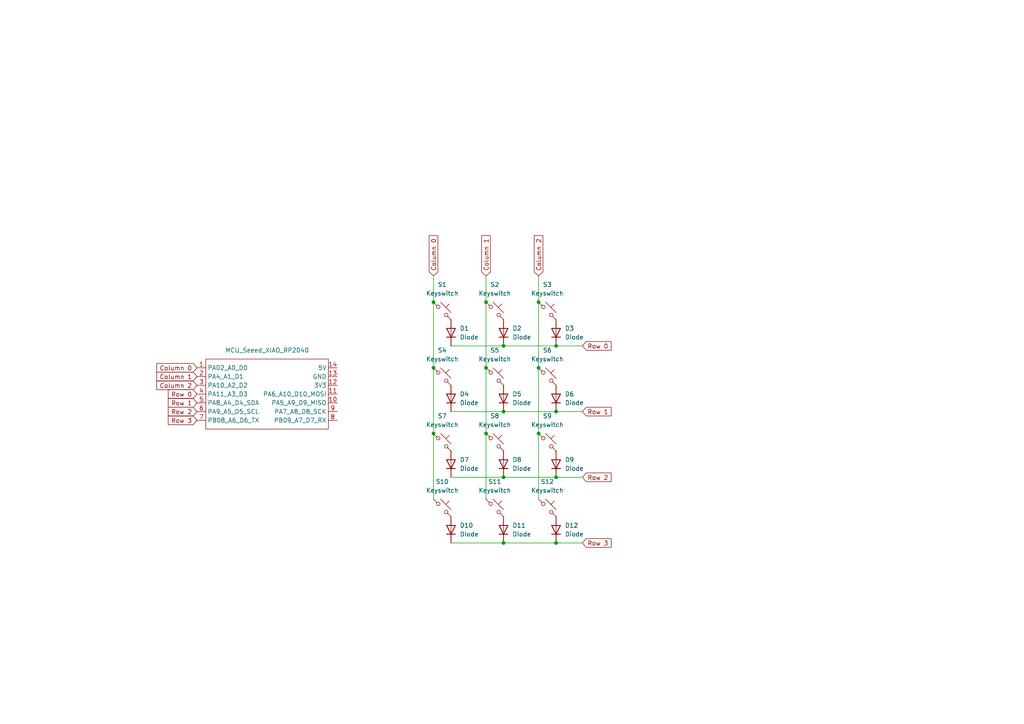
<source format=kicad_sch>
(kicad_sch (version 20231120) (generator "eeschema") (generator_version "8.0")
  (paper "A4")
  (lib_symbols
    (symbol "ScottoKeebs:MCU_Seeed_XIAO_RP2040"
      (property "Reference" "U" (at -16.51 11.43 0))
      (property "Value" "MCU_Seeed_XIAO_RP2040" (at -3.81 -11.43 0))
      (symbol "MCU_Seeed_XIAO_RP2040_0_1"
        (rectangle (start -16.51 10.16) (end 19.05 -10.16))
      )
      (symbol "MCU_Seeed_XIAO_RP2040_1_1"
        (pin passive line (at -19.05 7.62 0) (length 2.54) (name "PA02_A0_D0") (number "1"))
        (pin passive line (at 21.59 -2.54 180) (length 2.54) (name "PA5_A9_D9_MISO") (number "10"))
        (pin passive line (at 21.59 0 180) (length 2.54) (name "PA6_A10_D10_MOSI") (number "11"))
        (pin passive line (at 21.59 2.54 180) (length 2.54) (name "3V3") (number "12"))
        (pin passive line (at 21.59 5.08 180) (length 2.54) (name "GND") (number "13"))
        (pin passive line (at 21.59 7.62 180) (length 2.54) (name "5V") (number "14"))
        (pin passive line (at -19.05 5.08 0) (length 2.54) (name "PA4_A1_D1") (number "2"))
        (pin passive line (at -19.05 2.54 0) (length 2.54) (name "PA10_A2_D2") (number "3"))
        (pin passive line (at -19.05 0 0) (length 2.54) (name "PA11_A3_D3") (number "4"))
        (pin passive line (at -19.05 -2.54 0) (length 2.54) (name "PA8_A4_D4_SDA") (number "5"))
        (pin passive line (at -19.05 -5.08 0) (length 2.54) (name "PA9_A5_D5_SCL") (number "6"))
        (pin passive line (at -19.05 -7.62 0) (length 2.54) (name "PB08_A6_D6_TX") (number "7"))
        (pin passive line (at 21.59 -7.62 180) (length 2.54) (name "PB09_A7_D7_RX") (number "8"))
        (pin passive line (at 21.59 -5.08 180) (length 2.54) (name "PA7_A8_D8_SCK") (number "9"))
      )
    )
    (symbol "ScottoKeebs:Placeholder_Diode" (pin_numbers hide) (pin_names hide)
      (property "Reference" "D" (at 0 2.54 0))
      (property "Value" "Diode" (at 0 -2.54 0))
      (symbol "Placeholder_Diode_0_1"
        (polyline (pts (xy -1.27 1.27) (xy -1.27 -1.27)) (stroke (width 0.254)))
        (polyline (pts (xy 1.27 0) (xy -1.27 0)))
        (polyline (pts (xy 1.27 1.27) (xy 1.27 -1.27) (xy -1.27 0) (xy 1.27 1.27)) (stroke (width 0.254)))
      )
      (symbol "Placeholder_Diode_1_1"
        (pin passive line (at -3.81 0 0) (length 2.54) (name "K") (number "1"))
        (pin passive line (at 3.81 0 180) (length 2.54) (name "A") (number "2"))
      )
    )
    (symbol "ScottoKeebs:Placeholder_Keyswitch" (pin_numbers hide) (pin_names (offset 1.016) hide)
      (property "Reference" "S" (at 3.048 1.016 0))
      (property "Value" "Keyswitch" (at 0 -3.81 0))
      (symbol "Placeholder_Keyswitch_0_1"
        (circle (center -1.1684 1.1684) (radius 0.508))
        (polyline (pts (xy -0.508 2.54) (xy 2.54 -0.508)))
        (polyline (pts (xy 1.016 1.016) (xy 2.032 2.032)))
        (polyline (pts (xy -2.54 2.54) (xy -1.524 1.524) (xy -1.524 1.524)))
        (polyline (pts (xy 1.524 -1.524) (xy 2.54 -2.54) (xy 2.54 -2.54) (xy 2.54 -2.54)))
        (circle (center 1.143 -1.1938) (radius 0.508))
        (pin passive line (at -2.54 2.54 0) (length 0) (name "1") (number "1"))
        (pin passive line (at 2.54 -2.54 180) (length 0) (name "2") (number "2"))
      )
    )
  )
  (junction (at 125.73 125.73))
  (junction (at 140.97 106.68))
  (junction (at 161.29 157.48))
  (junction (at 156.21 87.63))
  (junction (at 125.73 87.63))
  (junction (at 161.29 100.33))
  (junction (at 146.05 100.33))
  (junction (at 125.73 106.68))
  (junction (at 156.21 125.73))
  (junction (at 140.97 125.73))
  (junction (at 140.97 87.63))
  (junction (at 146.05 119.38))
  (junction (at 146.05 138.43))
  (junction (at 161.29 119.38))
  (junction (at 161.29 138.43))
  (junction (at 146.05 157.48))
  (junction (at 156.21 106.68))
  (wire (pts (xy 130.81 157.48) (xy 146.05 157.48)))
  (wire (pts (xy 168.91 100.33) (xy 161.29 100.33)))
  (wire (pts (xy 125.73 87.63) (xy 125.73 106.68)))
  (wire (pts (xy 161.29 138.43) (xy 168.91 138.43)))
  (wire (pts (xy 140.97 80.01) (xy 140.97 87.63)))
  (wire (pts (xy 130.81 119.38) (xy 146.05 119.38)))
  (wire (pts (xy 146.05 138.43) (xy 161.29 138.43)))
  (wire (pts (xy 146.05 157.48) (xy 161.29 157.48)))
  (wire (pts (xy 140.97 106.68) (xy 140.97 125.73)))
  (wire (pts (xy 146.05 119.38) (xy 161.29 119.38)))
  (wire (pts (xy 161.29 119.38) (xy 168.91 119.38)))
  (wire (pts (xy 140.97 87.63) (xy 140.97 106.68)))
  (wire (pts (xy 125.73 125.73) (xy 125.73 144.78)))
  (wire (pts (xy 146.05 100.33) (xy 161.29 100.33)))
  (wire (pts (xy 156.21 106.68) (xy 156.21 125.73)))
  (wire (pts (xy 161.29 157.48) (xy 168.91 157.48)))
  (wire (pts (xy 156.21 125.73) (xy 156.21 144.78)))
  (wire (pts (xy 125.73 80.01) (xy 125.73 87.63)))
  (wire (pts (xy 130.81 138.43) (xy 146.05 138.43)))
  (wire (pts (xy 140.97 125.73) (xy 140.97 144.78)))
  (wire (pts (xy 156.21 80.01) (xy 156.21 87.63)))
  (wire (pts (xy 125.73 106.68) (xy 125.73 125.73)))
  (wire (pts (xy 156.21 87.63) (xy 156.21 106.68)))
  (wire (pts (xy 130.81 100.33) (xy 146.05 100.33)))
  (global_label "Row 1" (shape input) (at 57.15 116.84 180) (property "Intersheetrefs" "${INTERSHEET_REFS}" (effects (hide yes))))
  (global_label "Row 2" (shape input) (at 57.15 119.38 180) (property "Intersheetrefs" "${INTERSHEET_REFS}" (effects (hide yes))))
  (global_label "Row 3" (shape input) (at 168.91 157.48 0) (property "Intersheetrefs" "${INTERSHEET_REFS}" (effects (hide yes))))
  (global_label "Row 1" (shape input) (at 168.91 119.38 0) (property "Intersheetrefs" "${INTERSHEET_REFS}" (effects (hide yes))))
  (global_label "Row 3" (shape input) (at 57.15 121.92 180) (property "Intersheetrefs" "${INTERSHEET_REFS}" (effects (hide yes))))
  (global_label "Column 1" (shape input) (at 140.97 80.01 90) (property "Intersheetrefs" "${INTERSHEET_REFS}" (effects (hide yes))))
  (global_label "Column 2" (shape input) (at 156.21 80.01 90) (property "Intersheetrefs" "${INTERSHEET_REFS}" (effects (hide yes))))
  (global_label "Row 2" (shape input) (at 168.91 138.43 0) (property "Intersheetrefs" "${INTERSHEET_REFS}" (effects (hide yes))))
  (global_label "Column 0" (shape input) (at 125.73 80.01 90) (property "Intersheetrefs" "${INTERSHEET_REFS}" (effects (hide yes))))
  (global_label "Column 0" (shape input) (at 57.15 106.68 180) (property "Intersheetrefs" "${INTERSHEET_REFS}" (effects (hide yes))))
  (global_label "Row 0" (shape input) (at 168.91 100.33 0) (property "Intersheetrefs" "${INTERSHEET_REFS}" (effects (hide yes))))
  (global_label "Row 0" (shape input) (at 57.15 114.3 180) (property "Intersheetrefs" "${INTERSHEET_REFS}" (effects (hide yes))))
  (global_label "Column 1" (shape input) (at 57.15 109.22 180) (property "Intersheetrefs" "${INTERSHEET_REFS}" (effects (hide yes))))
  (global_label "Column 2" (shape input) (at 57.15 111.76 180) (property "Intersheetrefs" "${INTERSHEET_REFS}" (effects (hide yes))))
  (symbol (lib_id "ScottoKeebs:Placeholder_Keyswitch") (at 128.27 128.27 0) (unit 1)
    (property "Reference" "S7" (at 128.27 120.65 0))
    (property "Value" "Keyswitch" (at 128.27 123.19 0))
    (property "Footprint" "ScottoKeebs_MX:MX_PCB_1.00u" (effects (hide yes)))
    (property "Description" "Push button switch, normally open, two pins, 45° tilted" (effects (hide yes)))
  )
  (symbol (lib_id "ScottoKeebs:Placeholder_Keyswitch") (at 143.51 90.17 0) (unit 1)
    (property "Reference" "S2" (at 143.51 82.55 0))
    (property "Value" "Keyswitch" (at 143.51 85.09 0))
    (property "Footprint" "ScottoKeebs_MX:MX_PCB_1.00u" (effects (hide yes)))
    (property "Description" "Push button switch, normally open, two pins, 45° tilted" (effects (hide yes)))
  )
  (symbol (lib_id "ScottoKeebs:Placeholder_Keyswitch") (at 158.75 109.22 0) (unit 1)
    (property "Reference" "S6" (at 158.75 101.6 0))
    (property "Value" "Keyswitch" (at 158.75 104.14 0))
    (property "Footprint" "ScottoKeebs_MX:MX_PCB_1.00u" (effects (hide yes)))
    (property "Description" "Push button switch, normally open, two pins, 45° tilted" (effects (hide yes)))
  )
  (symbol (lib_id "ScottoKeebs:Placeholder_Diode") (at 161.29 134.62 90) (unit 1)
    (property "Reference" "D9" (at 163.83 133.3499 90) (effects (justify right)))
    (property "Value" "Diode" (at 163.83 135.8899 90) (effects (justify right)))
    (property "Footprint" "ScottoKeebs_Components:Diode_DO-35" (effects (hide yes)))
    (property "Description" "1N4148 (DO-35) or 1N4148W (SOD-123)" (effects (hide yes)))
    (property "Sim.Device" "D" (effects (hide yes)))
    (property "Sim.Pins" "1=K 2=A" (effects (hide yes)))
  )
  (symbol (lib_id "ScottoKeebs:Placeholder_Diode") (at 146.05 153.67 90) (unit 1)
    (property "Reference" "D11" (at 148.59 152.3999 90) (effects (justify right)))
    (property "Value" "Diode" (at 148.59 154.9399 90) (effects (justify right)))
    (property "Footprint" "ScottoKeebs_Components:Diode_DO-35" (effects (hide yes)))
    (property "Description" "1N4148 (DO-35) or 1N4148W (SOD-123)" (effects (hide yes)))
    (property "Sim.Device" "D" (effects (hide yes)))
    (property "Sim.Pins" "1=K 2=A" (effects (hide yes)))
  )
  (symbol (lib_id "ScottoKeebs:Placeholder_Keyswitch") (at 158.75 90.17 0) (unit 1)
    (property "Reference" "S3" (at 158.75 82.55 0))
    (property "Value" "Keyswitch" (at 158.75 85.09 0))
    (property "Footprint" "ScottoKeebs_MX:MX_PCB_1.00u" (effects (hide yes)))
    (property "Description" "Push button switch, normally open, two pins, 45° tilted" (effects (hide yes)))
  )
  (symbol (lib_id "ScottoKeebs:Placeholder_Diode") (at 130.81 134.62 90) (unit 1)
    (property "Reference" "D7" (at 133.35 133.3499 90) (effects (justify right)))
    (property "Value" "Diode" (at 133.35 135.8899 90) (effects (justify right)))
    (property "Footprint" "ScottoKeebs_Components:Diode_DO-35" (effects (hide yes)))
    (property "Description" "1N4148 (DO-35) or 1N4148W (SOD-123)" (effects (hide yes)))
    (property "Sim.Device" "D" (effects (hide yes)))
    (property "Sim.Pins" "1=K 2=A" (effects (hide yes)))
  )
  (symbol (lib_id "ScottoKeebs:Placeholder_Keyswitch") (at 128.27 109.22 0) (unit 1)
    (property "Reference" "S4" (at 128.27 101.6 0))
    (property "Value" "Keyswitch" (at 128.27 104.14 0))
    (property "Footprint" "ScottoKeebs_MX:MX_PCB_1.00u" (effects (hide yes)))
    (property "Description" "Push button switch, normally open, two pins, 45° tilted" (effects (hide yes)))
  )
  (symbol (lib_id "ScottoKeebs:Placeholder_Diode") (at 130.81 153.67 90) (unit 1)
    (property "Reference" "D10" (at 133.35 152.3999 90) (effects (justify right)))
    (property "Value" "Diode" (at 133.35 154.9399 90) (effects (justify right)))
    (property "Footprint" "ScottoKeebs_Components:Diode_DO-35" (effects (hide yes)))
    (property "Description" "1N4148 (DO-35) or 1N4148W (SOD-123)" (effects (hide yes)))
    (property "Sim.Device" "D" (effects (hide yes)))
    (property "Sim.Pins" "1=K 2=A" (effects (hide yes)))
  )
  (symbol (lib_id "ScottoKeebs:Placeholder_Keyswitch") (at 158.75 128.27 0) (unit 1)
    (property "Reference" "S9" (at 158.75 120.65 0))
    (property "Value" "Keyswitch" (at 158.75 123.19 0))
    (property "Footprint" "ScottoKeebs_MX:MX_PCB_1.00u" (effects (hide yes)))
    (property "Description" "Push button switch, normally open, two pins, 45° tilted" (effects (hide yes)))
  )
  (symbol (lib_id "ScottoKeebs:Placeholder_Diode") (at 130.81 96.52 90) (unit 1)
    (property "Reference" "D1" (at 133.35 95.2499 90) (effects (justify right)))
    (property "Value" "Diode" (at 133.35 97.7899 90) (effects (justify right)))
    (property "Footprint" "ScottoKeebs_Components:Diode_DO-35" (effects (hide yes)))
    (property "Description" "1N4148 (DO-35) or 1N4148W (SOD-123)" (effects (hide yes)))
    (property "Sim.Device" "D" (effects (hide yes)))
    (property "Sim.Pins" "1=K 2=A" (effects (hide yes)))
  )
  (symbol (lib_id "ScottoKeebs:Placeholder_Keyswitch") (at 128.27 90.17 0) (unit 1)
    (property "Reference" "S1" (at 128.27 82.55 0))
    (property "Value" "Keyswitch" (at 128.27 85.09 0))
    (property "Footprint" "ScottoKeebs_MX:MX_PCB_1.00u" (effects (hide yes)))
    (property "Description" "Push button switch, normally open, two pins, 45° tilted" (effects (hide yes)))
  )
  (symbol (lib_id "ScottoKeebs:Placeholder_Diode") (at 146.05 115.57 90) (unit 1)
    (property "Reference" "D5" (at 148.59 114.2999 90) (effects (justify right)))
    (property "Value" "Diode" (at 148.59 116.8399 90) (effects (justify right)))
    (property "Footprint" "ScottoKeebs_Components:Diode_DO-35" (effects (hide yes)))
    (property "Description" "1N4148 (DO-35) or 1N4148W (SOD-123)" (effects (hide yes)))
    (property "Sim.Device" "D" (effects (hide yes)))
    (property "Sim.Pins" "1=K 2=A" (effects (hide yes)))
  )
  (symbol (lib_id "ScottoKeebs:Placeholder_Diode") (at 130.81 115.57 90) (unit 1)
    (property "Reference" "D4" (at 133.35 114.2999 90) (effects (justify right)))
    (property "Value" "Diode" (at 133.35 116.8399 90) (effects (justify right)))
    (property "Footprint" "ScottoKeebs_Components:Diode_DO-35" (effects (hide yes)))
    (property "Description" "1N4148 (DO-35) or 1N4148W (SOD-123)" (effects (hide yes)))
    (property "Sim.Device" "D" (effects (hide yes)))
    (property "Sim.Pins" "1=K 2=A" (effects (hide yes)))
  )
  (symbol (lib_id "ScottoKeebs:Placeholder_Diode") (at 146.05 96.52 90) (unit 1)
    (property "Reference" "D2" (at 148.59 95.2499 90) (effects (justify right)))
    (property "Value" "Diode" (at 148.59 97.7899 90) (effects (justify right)))
    (property "Footprint" "ScottoKeebs_Components:Diode_DO-35" (effects (hide yes)))
    (property "Description" "1N4148 (DO-35) or 1N4148W (SOD-123)" (effects (hide yes)))
    (property "Sim.Device" "D" (effects (hide yes)))
    (property "Sim.Pins" "1=K 2=A" (effects (hide yes)))
  )
  (symbol (lib_id "ScottoKeebs:MCU_Seeed_XIAO_RP2040") (at 76.2 114.3 0) (unit 1)
    (property "Reference" "U1" (effects (hide yes)))
    (property "Value" "MCU_Seeed_XIAO_RP2040" (at 77.47 101.6 0))
    (property "Footprint" "ScottoKeebs_MCU:Seeed_XIAO_RP2040" (effects (hide yes)))
  )
  (symbol (lib_id "ScottoKeebs:Placeholder_Diode") (at 146.05 134.62 90) (unit 1)
    (property "Reference" "D8" (at 148.59 133.3499 90) (effects (justify right)))
    (property "Value" "Diode" (at 148.59 135.8899 90) (effects (justify right)))
    (property "Footprint" "ScottoKeebs_Components:Diode_DO-35" (effects (hide yes)))
    (property "Description" "1N4148 (DO-35) or 1N4148W (SOD-123)" (effects (hide yes)))
    (property "Sim.Device" "D" (effects (hide yes)))
    (property "Sim.Pins" "1=K 2=A" (effects (hide yes)))
  )
  (symbol (lib_id "ScottoKeebs:Placeholder_Keyswitch") (at 158.75 147.32 0) (unit 1)
    (property "Reference" "S12" (at 158.75 139.7 0))
    (property "Value" "Keyswitch" (at 158.75 142.24 0))
    (property "Footprint" "ScottoKeebs_MX:MX_PCB_1.00u" (effects (hide yes)))
    (property "Description" "Push button switch, normally open, two pins, 45° tilted" (effects (hide yes)))
  )
  (symbol (lib_id "ScottoKeebs:Placeholder_Keyswitch") (at 143.51 109.22 0) (unit 1)
    (property "Reference" "S5" (at 143.51 101.6 0))
    (property "Value" "Keyswitch" (at 143.51 104.14 0))
    (property "Footprint" "ScottoKeebs_MX:MX_PCB_1.00u" (effects (hide yes)))
    (property "Description" "Push button switch, normally open, two pins, 45° tilted" (effects (hide yes)))
  )
  (symbol (lib_id "ScottoKeebs:Placeholder_Keyswitch") (at 143.51 128.27 0) (unit 1)
    (property "Reference" "S8" (at 143.51 120.65 0))
    (property "Value" "Keyswitch" (at 143.51 123.19 0))
    (property "Footprint" "ScottoKeebs_MX:MX_PCB_1.00u" (effects (hide yes)))
    (property "Description" "Push button switch, normally open, two pins, 45° tilted" (effects (hide yes)))
  )
  (symbol (lib_id "ScottoKeebs:Placeholder_Diode") (at 161.29 96.52 90) (unit 1)
    (property "Reference" "D3" (at 163.83 95.2499 90) (effects (justify right)))
    (property "Value" "Diode" (at 163.83 97.7899 90) (effects (justify right)))
    (property "Footprint" "ScottoKeebs_Components:Diode_DO-35" (effects (hide yes)))
    (property "Description" "1N4148 (DO-35) or 1N4148W (SOD-123)" (effects (hide yes)))
    (property "Sim.Device" "D" (effects (hide yes)))
    (property "Sim.Pins" "1=K 2=A" (effects (hide yes)))
  )
  (symbol (lib_id "ScottoKeebs:Placeholder_Keyswitch") (at 143.51 147.32 0) (unit 1)
    (property "Reference" "S11" (at 143.51 139.7 0))
    (property "Value" "Keyswitch" (at 143.51 142.24 0))
    (property "Footprint" "ScottoKeebs_MX:MX_PCB_1.00u" (effects (hide yes)))
    (property "Description" "Push button switch, normally open, two pins, 45° tilted" (effects (hide yes)))
  )
  (symbol (lib_id "ScottoKeebs:Placeholder_Diode") (at 161.29 115.57 90) (unit 1)
    (property "Reference" "D6" (at 163.83 114.2999 90) (effects (justify right)))
    (property "Value" "Diode" (at 163.83 116.8399 90) (effects (justify right)))
    (property "Footprint" "ScottoKeebs_Components:Diode_DO-35" (effects (hide yes)))
    (property "Description" "1N4148 (DO-35) or 1N4148W (SOD-123)" (effects (hide yes)))
    (property "Sim.Device" "D" (effects (hide yes)))
    (property "Sim.Pins" "1=K 2=A" (effects (hide yes)))
  )
  (symbol (lib_id "ScottoKeebs:Placeholder_Diode") (at 161.29 153.67 90) (unit 1)
    (property "Reference" "D12" (at 163.83 152.3999 90) (effects (justify right)))
    (property "Value" "Diode" (at 163.83 154.9399 90) (effects (justify right)))
    (property "Footprint" "ScottoKeebs_Components:Diode_DO-35" (effects (hide yes)))
    (property "Description" "1N4148 (DO-35) or 1N4148W (SOD-123)" (effects (hide yes)))
    (property "Sim.Device" "D" (effects (hide yes)))
    (property "Sim.Pins" "1=K 2=A" (effects (hide yes)))
  )
  (symbol (lib_id "ScottoKeebs:Placeholder_Keyswitch") (at 128.27 147.32 0) (unit 1)
    (property "Reference" "S10" (at 128.27 139.7 0))
    (property "Value" "Keyswitch" (at 128.27 142.24 0))
    (property "Footprint" "ScottoKeebs_MX:MX_PCB_1.00u" (effects (hide yes)))
    (property "Description" "Push button switch, normally open, two pins, 45° tilted" (effects (hide yes)))
  )
)
</source>
